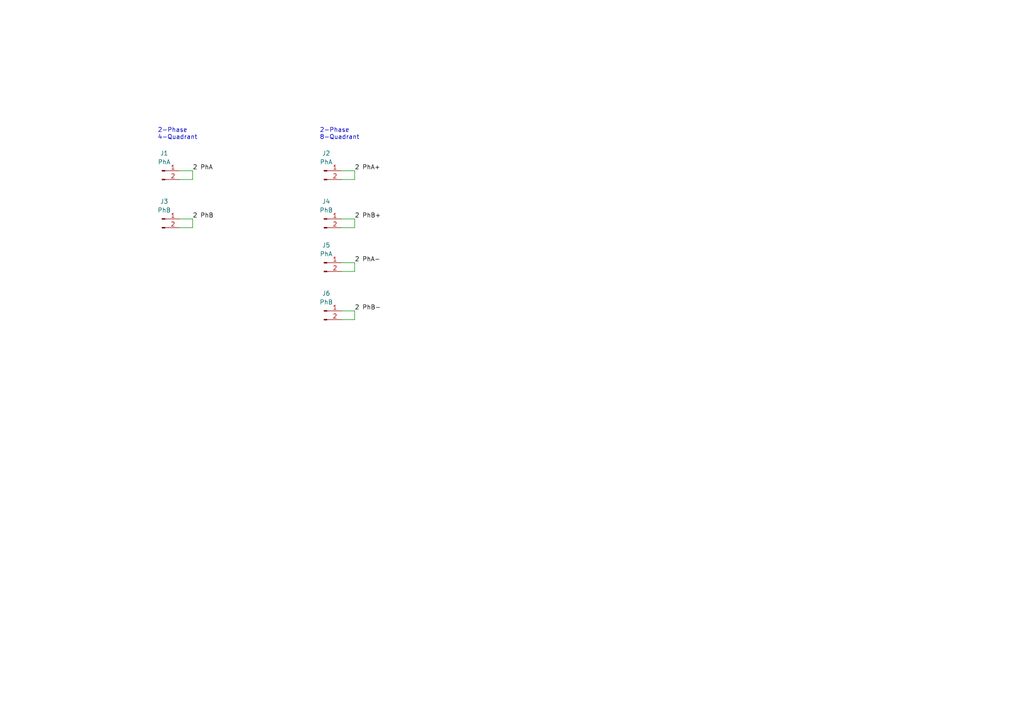
<source format=kicad_sch>
(kicad_sch (version 20211123) (generator eeschema)

  (uuid 88057848-cc83-47a6-9a35-0da72ed61265)

  (paper "A4")

  (lib_symbols
    (symbol "Connector:Conn_01x02_Male" (pin_names (offset 1.016) hide) (in_bom yes) (on_board yes)
      (property "Reference" "J" (id 0) (at 0 2.54 0)
        (effects (font (size 1.27 1.27)))
      )
      (property "Value" "Conn_01x02_Male" (id 1) (at 0 -5.08 0)
        (effects (font (size 1.27 1.27)))
      )
      (property "Footprint" "" (id 2) (at 0 0 0)
        (effects (font (size 1.27 1.27)) hide)
      )
      (property "Datasheet" "~" (id 3) (at 0 0 0)
        (effects (font (size 1.27 1.27)) hide)
      )
      (property "ki_keywords" "connector" (id 4) (at 0 0 0)
        (effects (font (size 1.27 1.27)) hide)
      )
      (property "ki_description" "Generic connector, single row, 01x02, script generated (kicad-library-utils/schlib/autogen/connector/)" (id 5) (at 0 0 0)
        (effects (font (size 1.27 1.27)) hide)
      )
      (property "ki_fp_filters" "Connector*:*_1x??_*" (id 6) (at 0 0 0)
        (effects (font (size 1.27 1.27)) hide)
      )
      (symbol "Conn_01x02_Male_1_1"
        (polyline
          (pts
            (xy 1.27 -2.54)
            (xy 0.8636 -2.54)
          )
          (stroke (width 0.1524) (type default) (color 0 0 0 0))
          (fill (type none))
        )
        (polyline
          (pts
            (xy 1.27 0)
            (xy 0.8636 0)
          )
          (stroke (width 0.1524) (type default) (color 0 0 0 0))
          (fill (type none))
        )
        (rectangle (start 0.8636 -2.413) (end 0 -2.667)
          (stroke (width 0.1524) (type default) (color 0 0 0 0))
          (fill (type outline))
        )
        (rectangle (start 0.8636 0.127) (end 0 -0.127)
          (stroke (width 0.1524) (type default) (color 0 0 0 0))
          (fill (type outline))
        )
        (pin passive line (at 5.08 0 180) (length 3.81)
          (name "Pin_1" (effects (font (size 1.27 1.27))))
          (number "1" (effects (font (size 1.27 1.27))))
        )
        (pin passive line (at 5.08 -2.54 180) (length 3.81)
          (name "Pin_2" (effects (font (size 1.27 1.27))))
          (number "2" (effects (font (size 1.27 1.27))))
        )
      )
    )
  )


  (wire (pts (xy 102.87 52.07) (xy 99.06 52.07))
    (stroke (width 0) (type default) (color 0 0 0 0))
    (uuid 0183616d-7b11-4dba-b445-d7ddf8d27f07)
  )
  (wire (pts (xy 52.07 63.5) (xy 55.88 63.5))
    (stroke (width 0) (type default) (color 0 0 0 0))
    (uuid 1b078cbf-c4b7-4b91-b9db-9d19b5c042ed)
  )
  (wire (pts (xy 99.06 76.2) (xy 102.87 76.2))
    (stroke (width 0) (type default) (color 0 0 0 0))
    (uuid 263c54ca-cbcd-4b4c-8718-b92e4f38fb45)
  )
  (wire (pts (xy 102.87 63.5) (xy 102.87 66.04))
    (stroke (width 0) (type default) (color 0 0 0 0))
    (uuid 2d245834-528e-40a5-9cdb-6a82540706d5)
  )
  (wire (pts (xy 55.88 49.53) (xy 55.88 52.07))
    (stroke (width 0) (type default) (color 0 0 0 0))
    (uuid 36a096f1-0c8c-4e83-8c1f-393237e64967)
  )
  (wire (pts (xy 102.87 49.53) (xy 102.87 52.07))
    (stroke (width 0) (type default) (color 0 0 0 0))
    (uuid 5c158a1c-fcf3-4890-965a-b968c9bbcda5)
  )
  (wire (pts (xy 102.87 78.74) (xy 99.06 78.74))
    (stroke (width 0) (type default) (color 0 0 0 0))
    (uuid 73086368-c034-466c-96f9-6117d38938af)
  )
  (wire (pts (xy 102.87 76.2) (xy 102.87 78.74))
    (stroke (width 0) (type default) (color 0 0 0 0))
    (uuid 93eddc15-cc8e-4c91-b5f9-8fb6e87b7378)
  )
  (wire (pts (xy 55.88 63.5) (xy 55.88 66.04))
    (stroke (width 0) (type default) (color 0 0 0 0))
    (uuid 9e53949b-e561-4a09-b9ee-17d42cab9859)
  )
  (wire (pts (xy 55.88 66.04) (xy 52.07 66.04))
    (stroke (width 0) (type default) (color 0 0 0 0))
    (uuid a9ee4e32-2123-471d-92e6-3c1a8f97d57e)
  )
  (wire (pts (xy 99.06 63.5) (xy 102.87 63.5))
    (stroke (width 0) (type default) (color 0 0 0 0))
    (uuid ac2b5567-af97-438d-8f7d-17c65ee6389c)
  )
  (wire (pts (xy 102.87 90.17) (xy 102.87 92.71))
    (stroke (width 0) (type default) (color 0 0 0 0))
    (uuid af06684e-f440-4fae-806e-91a285237b98)
  )
  (wire (pts (xy 102.87 66.04) (xy 99.06 66.04))
    (stroke (width 0) (type default) (color 0 0 0 0))
    (uuid b3512631-6ec4-47b3-ae84-7a095ce4f13a)
  )
  (wire (pts (xy 99.06 49.53) (xy 102.87 49.53))
    (stroke (width 0) (type default) (color 0 0 0 0))
    (uuid bbc9b34a-d034-4a6c-9bc6-d262188e5f00)
  )
  (wire (pts (xy 102.87 92.71) (xy 99.06 92.71))
    (stroke (width 0) (type default) (color 0 0 0 0))
    (uuid c25ef247-b9db-4428-ad21-42e6228e2d5f)
  )
  (wire (pts (xy 55.88 52.07) (xy 52.07 52.07))
    (stroke (width 0) (type default) (color 0 0 0 0))
    (uuid e5bbb45f-711c-4bc8-be8d-055a61d17f0b)
  )
  (wire (pts (xy 99.06 90.17) (xy 102.87 90.17))
    (stroke (width 0) (type default) (color 0 0 0 0))
    (uuid e6c14a91-013e-4b6d-95c3-3351da429e3b)
  )
  (wire (pts (xy 52.07 49.53) (xy 55.88 49.53))
    (stroke (width 0) (type default) (color 0 0 0 0))
    (uuid e6cd30a0-450e-491a-bd9d-bedecd2a626c)
  )

  (text "2-Phase\n8-Quadrant" (at 92.71 40.64 0)
    (effects (font (size 1.27 1.27)) (justify left bottom))
    (uuid e08cdbbf-3769-45a4-9c89-026e44b6134f)
  )
  (text "2-Phase\n4-Quadrant" (at 45.72 40.64 0)
    (effects (font (size 1.27 1.27)) (justify left bottom))
    (uuid ecdc4ad6-f11b-433b-9cb9-a32e7d06262e)
  )

  (label "2 PhA+" (at 102.87 49.53 0)
    (effects (font (size 1.27 1.27)) (justify left bottom))
    (uuid 00d4a183-221f-4885-a0ae-934d693f0627)
  )
  (label "2 PhB-" (at 102.87 90.17 0)
    (effects (font (size 1.27 1.27)) (justify left bottom))
    (uuid 460ccd71-294c-4fe7-95bd-100db22e43c5)
  )
  (label "2 PhB+" (at 102.87 63.5 0)
    (effects (font (size 1.27 1.27)) (justify left bottom))
    (uuid 73e865ca-875a-4747-b3ee-51050c4245c9)
  )
  (label "2 PhA" (at 55.88 49.53 0)
    (effects (font (size 1.27 1.27)) (justify left bottom))
    (uuid b9cff81f-33de-4c31-a190-8c8afa4c6d7c)
  )
  (label "2 PhB" (at 55.88 63.5 0)
    (effects (font (size 1.27 1.27)) (justify left bottom))
    (uuid ddb92413-5460-4411-b2cb-7bb6fc2c4af9)
  )
  (label "2 PhA-" (at 102.87 76.2 0)
    (effects (font (size 1.27 1.27)) (justify left bottom))
    (uuid e0d6f3fe-3010-443f-ac28-3d2d2a7e3f24)
  )

  (symbol (lib_id "Connector:Conn_01x02_Male") (at 93.98 49.53 0) (unit 1)
    (in_bom yes) (on_board yes) (fields_autoplaced)
    (uuid 1ebdb82e-d3ba-445a-832c-d81afdf5950c)
    (property "Reference" "J2" (id 0) (at 94.615 44.45 0))
    (property "Value" "PhA" (id 1) (at 94.615 46.99 0))
    (property "Footprint" "Connector_PinHeader_2.54mm:PinHeader_1x02_P2.54mm_Vertical" (id 2) (at 93.98 49.53 0)
      (effects (font (size 1.27 1.27)) hide)
    )
    (property "Datasheet" "~" (id 3) (at 93.98 49.53 0)
      (effects (font (size 1.27 1.27)) hide)
    )
    (pin "1" (uuid c766cd91-c597-458a-95cb-82476aaf8284))
    (pin "2" (uuid 9f0d1687-31eb-42ef-b1d6-b4c666dde797))
  )

  (symbol (lib_id "Connector:Conn_01x02_Male") (at 93.98 90.17 0) (unit 1)
    (in_bom yes) (on_board yes) (fields_autoplaced)
    (uuid 58c6a8ea-a254-44ac-a2f4-67ba9aad0c5d)
    (property "Reference" "J6" (id 0) (at 94.615 85.09 0))
    (property "Value" "PhB" (id 1) (at 94.615 87.63 0))
    (property "Footprint" "Connector_PinHeader_2.54mm:PinHeader_1x02_P2.54mm_Vertical" (id 2) (at 93.98 90.17 0)
      (effects (font (size 1.27 1.27)) hide)
    )
    (property "Datasheet" "~" (id 3) (at 93.98 90.17 0)
      (effects (font (size 1.27 1.27)) hide)
    )
    (pin "1" (uuid fa60842c-4072-4973-805a-7ab599a7bd7d))
    (pin "2" (uuid ab20f498-38ed-456f-b0b7-0fc0d9192bb2))
  )

  (symbol (lib_id "Connector:Conn_01x02_Male") (at 46.99 63.5 0) (unit 1)
    (in_bom yes) (on_board yes) (fields_autoplaced)
    (uuid 99ce1eed-3a39-4a28-ab92-dee4906f234c)
    (property "Reference" "J3" (id 0) (at 47.625 58.42 0))
    (property "Value" "PhB" (id 1) (at 47.625 60.96 0))
    (property "Footprint" "Connector_PinHeader_2.54mm:PinHeader_1x02_P2.54mm_Vertical" (id 2) (at 46.99 63.5 0)
      (effects (font (size 1.27 1.27)) hide)
    )
    (property "Datasheet" "~" (id 3) (at 46.99 63.5 0)
      (effects (font (size 1.27 1.27)) hide)
    )
    (pin "1" (uuid 19e242a8-5138-47a8-8eae-e5c4dc1e5b55))
    (pin "2" (uuid d014f766-9f51-450a-bc71-ac05f6045a34))
  )

  (symbol (lib_id "Connector:Conn_01x02_Male") (at 93.98 63.5 0) (unit 1)
    (in_bom yes) (on_board yes) (fields_autoplaced)
    (uuid bbafaff6-5ec7-4e49-9471-02b67816950c)
    (property "Reference" "J4" (id 0) (at 94.615 58.42 0))
    (property "Value" "PhB" (id 1) (at 94.615 60.96 0))
    (property "Footprint" "Connector_PinHeader_2.54mm:PinHeader_1x02_P2.54mm_Vertical" (id 2) (at 93.98 63.5 0)
      (effects (font (size 1.27 1.27)) hide)
    )
    (property "Datasheet" "~" (id 3) (at 93.98 63.5 0)
      (effects (font (size 1.27 1.27)) hide)
    )
    (pin "1" (uuid 1eda927c-0650-43ab-bd01-ccba5984b0e6))
    (pin "2" (uuid a4a14789-b024-4dd3-931b-64c8e414bd41))
  )

  (symbol (lib_id "Connector:Conn_01x02_Male") (at 93.98 76.2 0) (unit 1)
    (in_bom yes) (on_board yes) (fields_autoplaced)
    (uuid d2026d41-340c-477b-820f-ba8d3da88151)
    (property "Reference" "J5" (id 0) (at 94.615 71.12 0))
    (property "Value" "PhA" (id 1) (at 94.615 73.66 0))
    (property "Footprint" "Connector_PinHeader_2.54mm:PinHeader_1x02_P2.54mm_Vertical" (id 2) (at 93.98 76.2 0)
      (effects (font (size 1.27 1.27)) hide)
    )
    (property "Datasheet" "~" (id 3) (at 93.98 76.2 0)
      (effects (font (size 1.27 1.27)) hide)
    )
    (pin "1" (uuid 4308d03b-6073-4c9a-ad27-59d607a985b3))
    (pin "2" (uuid 51527ca9-578c-4983-8ad8-04c308d1e24a))
  )

  (symbol (lib_id "Connector:Conn_01x02_Male") (at 46.99 49.53 0) (unit 1)
    (in_bom yes) (on_board yes) (fields_autoplaced)
    (uuid dac716ce-a11d-4b9e-b925-7cf621fb49eb)
    (property "Reference" "J1" (id 0) (at 47.625 44.45 0))
    (property "Value" "PhA" (id 1) (at 47.625 46.99 0))
    (property "Footprint" "Connector_PinHeader_2.54mm:PinHeader_1x02_P2.54mm_Vertical" (id 2) (at 46.99 49.53 0)
      (effects (font (size 1.27 1.27)) hide)
    )
    (property "Datasheet" "~" (id 3) (at 46.99 49.53 0)
      (effects (font (size 1.27 1.27)) hide)
    )
    (pin "1" (uuid bfca7121-87a6-4f73-86f3-ae2709f33cf4))
    (pin "2" (uuid 92794907-4522-45bb-a7d1-b2942836f5d4))
  )

  (sheet_instances
    (path "/" (page "1"))
  )

  (symbol_instances
    (path "/dac716ce-a11d-4b9e-b925-7cf621fb49eb"
      (reference "J1") (unit 1) (value "PhA") (footprint "Connector_PinHeader_2.54mm:PinHeader_1x02_P2.54mm_Vertical")
    )
    (path "/1ebdb82e-d3ba-445a-832c-d81afdf5950c"
      (reference "J2") (unit 1) (value "PhA") (footprint "Connector_PinHeader_2.54mm:PinHeader_1x02_P2.54mm_Vertical")
    )
    (path "/99ce1eed-3a39-4a28-ab92-dee4906f234c"
      (reference "J3") (unit 1) (value "PhB") (footprint "Connector_PinHeader_2.54mm:PinHeader_1x02_P2.54mm_Vertical")
    )
    (path "/bbafaff6-5ec7-4e49-9471-02b67816950c"
      (reference "J4") (unit 1) (value "PhB") (footprint "Connector_PinHeader_2.54mm:PinHeader_1x02_P2.54mm_Vertical")
    )
    (path "/d2026d41-340c-477b-820f-ba8d3da88151"
      (reference "J5") (unit 1) (value "PhA") (footprint "Connector_PinHeader_2.54mm:PinHeader_1x02_P2.54mm_Vertical")
    )
    (path "/58c6a8ea-a254-44ac-a2f4-67ba9aad0c5d"
      (reference "J6") (unit 1) (value "PhB") (footprint "Connector_PinHeader_2.54mm:PinHeader_1x02_P2.54mm_Vertical")
    )
  )
)

</source>
